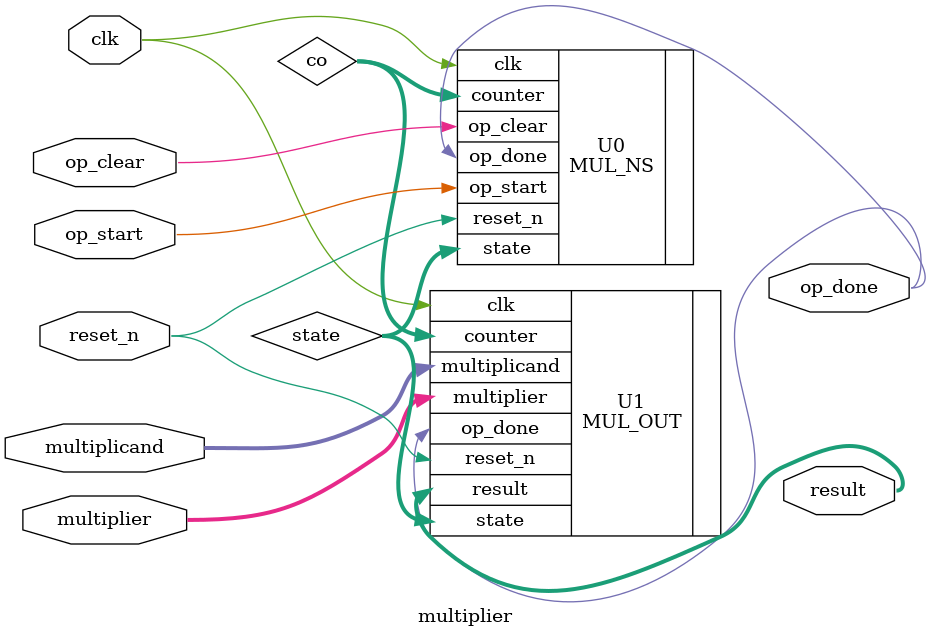
<source format=v>
module multiplier(clk,reset_n,multiplier,multiplicand,op_start,op_clear,op_done,result);
	input clk, reset_n;
	input [63:0] multiplier,multiplicand;
	input op_start,op_clear;		//input List
	output op_done ;
	output [127:0] result;			//output List
	
	wire [6:0] co;						// wire List
	wire [1:0] state;
	wire [63:0] sub, add;
											//next state logic instance
	
	MUL_NS U0(.counter(co), .clk(clk), .reset_n(reset_n), .state(state), .op_start(op_start),
					.op_clear(op_clear),.op_done(op_done));
					
					
					
											//output logic insatnce
	MUL_OUT U1(.clk(clk), .reset_n(reset_n),.multiplier(multiplier), .multiplicand(multiplicand), .counter(co), .state(state),
						.op_done(op_done),.result(result));
	
	
endmodule


</source>
